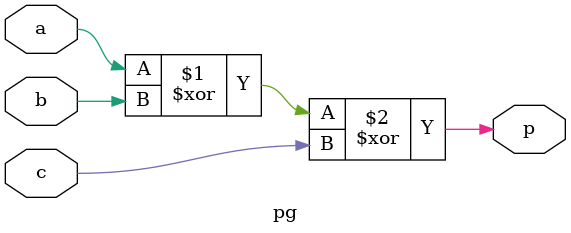
<source format=v>
`timescale 1ns / 1ps

module pg(
    input a,b,c,
    output p
    );
    
    assign p=a^b^c;
endmodule

</source>
